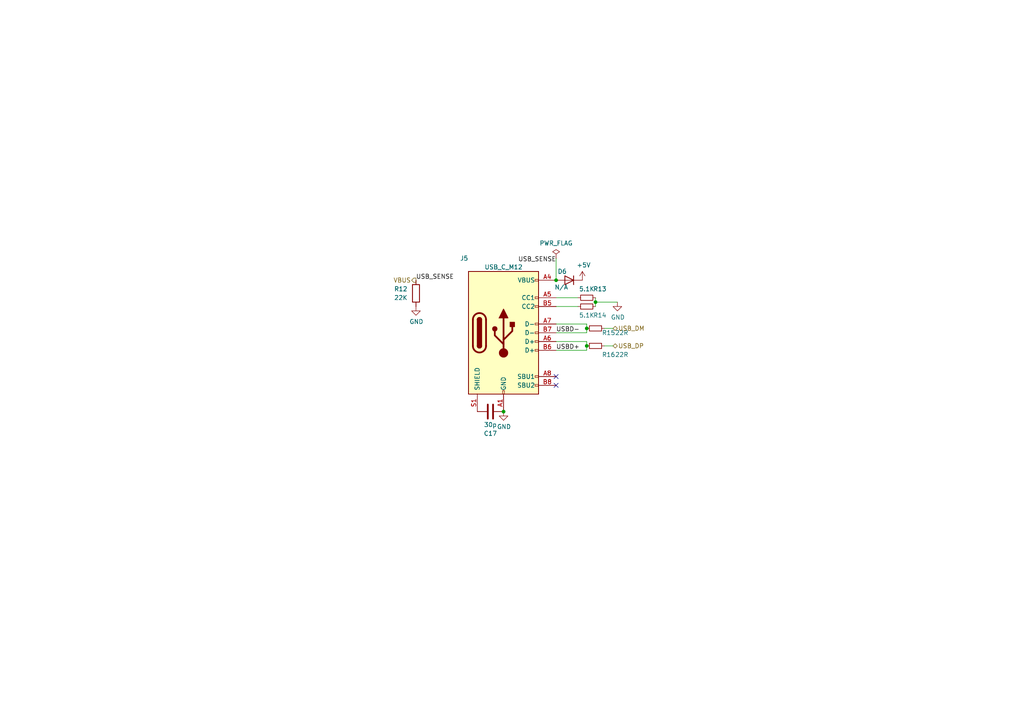
<source format=kicad_sch>
(kicad_sch (version 20211123) (generator eeschema)
  (paper "A4")
  (lib_symbols
    (symbol "Connector:USB_C_Receptacle_USB2.0" (pin_names (offset 1.016))
      (property "Reference" "J" (at -10.16 19.05 0))
      (property "Value" "USB_C_Receptacle_USB2.0" (at 19.05 19.05 0))
      (symbol "USB_C_Receptacle_USB2.0_0_0"
        (rectangle (start -0.254 -17.78) (end 0.254 -16.764))
        (rectangle (start 10.16 -14.986) (end 9.144 -15.494))
        (rectangle (start 10.16 -12.446) (end 9.144 -12.954))
        (rectangle (start 10.16 -4.826) (end 9.144 -5.334))
        (rectangle (start 10.16 -2.286) (end 9.144 -2.794))
        (rectangle (start 10.16 0.254) (end 9.144 -0.254))
        (rectangle (start 10.16 2.794) (end 9.144 2.286))
        (rectangle (start 10.16 7.874) (end 9.144 7.366))
        (rectangle (start 10.16 10.414) (end 9.144 9.906))
        (rectangle (start 10.16 15.494) (end 9.144 14.986))
      )
      (symbol "USB_C_Receptacle_USB2.0_0_1"
        (rectangle (start -10.16 17.78) (end 10.16 -17.78) (stroke (width 0.254)) (fill (type background)))
        (arc (start -8.89 -3.81) (mid -6.985 -5.715) (end -5.08 -3.81) (stroke (width 0.508)))
        (arc (start -7.62 -3.81) (mid -6.985 -4.445) (end -6.35 -3.81) (stroke (width 0.254)))
        (arc (start -7.62 -3.81) (mid -6.985 -4.445) (end -6.35 -3.81) (stroke (width 0.254)) (fill (type outline)))
        (rectangle (start -7.62 -3.81) (end -6.35 3.81) (stroke (width 0.254)) (fill (type outline)))
        (arc (start -6.35 3.81) (mid -6.985 4.445) (end -7.62 3.81) (stroke (width 0.254)))
        (arc (start -6.35 3.81) (mid -6.985 4.445) (end -7.62 3.81) (stroke (width 0.254)) (fill (type outline)))
        (arc (start -5.08 3.81) (mid -6.985 5.715) (end -8.89 3.81) (stroke (width 0.508)))
        (circle (center -2.54 1.143) (radius 0.635) (stroke (width 0.254)) (fill (type outline)))
        (circle (center 0 -5.842) (radius 1.27) (fill (type outline)))
        (polyline (pts (xy -8.89 -3.81) (xy -8.89 3.81)) (stroke (width 0.508)))
        (polyline (pts (xy -5.08 3.81) (xy -5.08 -3.81)) (stroke (width 0.508)))
        (polyline (pts (xy 0 -5.842) (xy 0 4.318)) (stroke (width 0.508)))
        (polyline (pts (xy 0 -3.302) (xy -2.54 -0.762) (xy -2.54 0.508)) (stroke (width 0.508)))
        (polyline (pts (xy 0 -2.032) (xy 2.54 0.508) (xy 2.54 1.778)) (stroke (width 0.508)))
        (polyline (pts (xy -1.27 4.318) (xy 0 6.858) (xy 1.27 4.318) (xy -1.27 4.318)) (stroke (width 0.254)) (fill (type outline)))
        (rectangle (start 1.905 1.778) (end 3.175 3.048) (stroke (width 0.254)) (fill (type outline)))
      )
      (symbol "USB_C_Receptacle_USB2.0_1_1"
        (pin passive line (at 0 -22.86 90) (length 5.08) (name "GND") (number "A1"))
        (pin passive line (at 0 -22.86 90) (length 5.08) hide (name "GND") (number "A12"))
        (pin passive line (at 15.24 15.24 180) (length 5.08) (name "VBUS") (number "A4"))
        (pin bidirectional line (at 15.24 10.16 180) (length 5.08) (name "CC1") (number "A5"))
        (pin bidirectional line (at 15.24 -2.54 180) (length 5.08) (name "D+") (number "A6"))
        (pin bidirectional line (at 15.24 2.54 180) (length 5.08) (name "D-") (number "A7"))
        (pin bidirectional line (at 15.24 -12.7 180) (length 5.08) (name "SBU1") (number "A8"))
        (pin passive line (at 15.24 15.24 180) (length 5.08) hide (name "VBUS") (number "A9"))
        (pin passive line (at 0 -22.86 90) (length 5.08) hide (name "GND") (number "B1"))
        (pin passive line (at 0 -22.86 90) (length 5.08) hide (name "GND") (number "B12"))
        (pin passive line (at 15.24 15.24 180) (length 5.08) hide (name "VBUS") (number "B4"))
        (pin bidirectional line (at 15.24 7.62 180) (length 5.08) (name "CC2") (number "B5"))
        (pin bidirectional line (at 15.24 -5.08 180) (length 5.08) (name "D+") (number "B6"))
        (pin bidirectional line (at 15.24 0 180) (length 5.08) (name "D-") (number "B7"))
        (pin bidirectional line (at 15.24 -15.24 180) (length 5.08) (name "SBU2") (number "B8"))
        (pin passive line (at 15.24 15.24 180) (length 5.08) hide (name "VBUS") (number "B9"))
        (pin passive line (at -7.62 -22.86 90) (length 5.08) (name "SHIELD") (number "S1"))
      )
    )
    (symbol "Device:C" (pin_numbers hide) (pin_names (offset 0.254))
      (property "Reference" "C" (at 0.635 2.54 0))
      (property "Value" "C" (at 0.635 -2.54 0))
      (symbol "C_0_1"
        (polyline (pts (xy -2.032 -0.762) (xy 2.032 -0.762)) (stroke (width 0.508)))
        (polyline (pts (xy -2.032 0.762) (xy 2.032 0.762)) (stroke (width 0.508)))
      )
      (symbol "C_1_1"
        (pin passive line (at 0 3.81 270) (length 2.794) (name "~") (number "1"))
        (pin passive line (at 0 -3.81 90) (length 2.794) (name "~") (number "2"))
      )
    )
    (symbol "Device:R" (pin_numbers hide) (pin_names (offset 0))
      (property "Reference" "R" (at 2.032 0 90))
      (property "Value" "R" (at 0 0 90))
      (symbol "R_0_1"
        (rectangle (start -1.016 -2.54) (end 1.016 2.54) (stroke (width 0.254)))
      )
      (symbol "R_1_1"
        (pin passive line (at 0 3.81 270) (length 1.27) (name "~") (number "1"))
        (pin passive line (at 0 -3.81 90) (length 1.27) (name "~") (number "2"))
      )
    )
    (symbol "Device:R_Small" (pin_numbers hide) (pin_names (offset 0.254) hide)
      (property "Reference" "R" (at 0.762 0.508 0))
      (property "Value" "R_Small" (at 0.762 -1.016 0))
      (symbol "R_Small_0_1"
        (rectangle (start -0.762 1.778) (end 0.762 -1.778) (stroke (width 0.2032)))
      )
      (symbol "R_Small_1_1"
        (pin passive line (at 0 2.54 270) (length 0.762) (name "~") (number "1"))
        (pin passive line (at 0 -2.54 90) (length 0.762) (name "~") (number "2"))
      )
    )
    (symbol "Diode:1N4148WS" (pin_numbers hide) (pin_names (offset 1.016) hide)
      (property "Reference" "D" (at 0 2.54 0))
      (property "Value" "1N4148WS" (at 0 -2.54 0))
      (symbol "1N4148WS_0_1"
        (polyline (pts (xy -1.27 1.27) (xy -1.27 -1.27)) (stroke (width 0.254)))
        (polyline (pts (xy 1.27 0) (xy -1.27 0)))
        (polyline (pts (xy 1.27 1.27) (xy 1.27 -1.27) (xy -1.27 0) (xy 1.27 1.27)) (stroke (width 0.254)))
      )
      (symbol "1N4148WS_1_1"
        (pin passive line (at -3.81 0 0) (length 2.54) (name "K") (number "1"))
        (pin passive line (at 3.81 0 180) (length 2.54) (name "A") (number "2"))
      )
    )
    (symbol "power:+5V" (power) (pin_names (offset 0))
      (property "Value" "+5V" (at 0 3.556 0))
      (symbol "+5V_0_1"
        (polyline (pts (xy -0.762 1.27) (xy 0 2.54)))
        (polyline (pts (xy 0 0) (xy 0 2.54)))
        (polyline (pts (xy 0 2.54) (xy 0.762 1.27)))
      )
      (symbol "+5V_1_1"
        (pin power_in line (at 0 0 90) (length 0) hide (name "+5V") (number "1"))
      )
    )
    (symbol "power:GND" (power) (pin_names (offset 0))
      (property "Value" "GND" (at 0 -3.81 0))
      (symbol "GND_0_1"
        (polyline (pts (xy 0 0) (xy 0 -1.27) (xy 1.27 -1.27) (xy 0 -2.54) (xy -1.27 -1.27) (xy 0 -1.27)))
      )
      (symbol "GND_1_1"
        (pin power_in line (at 0 0 270) (length 0) hide (name "GND") (number "1"))
      )
    )
    (symbol "power:PWR_FLAG" (power) (pin_numbers hide) (pin_names (offset 0) hide)
      (property "Value" "PWR_FLAG" (at 0 3.81 0))
      (symbol "PWR_FLAG_0_0"
        (pin power_out line (at 0 0 90) (length 0) (name "pwr") (number "1"))
      )
      (symbol "PWR_FLAG_0_1"
        (polyline (pts (xy 0 0) (xy 0 1.27) (xy -1.016 1.905) (xy 0 2.54) (xy 1.016 1.905) (xy 0 1.27)))
      )
    )
  )
  (junction (at 170.18 95.25))
  (junction (at 161.29 81.28))
  (junction (at 146.05 119.38))
  (junction (at 170.18 100.33))
  (junction (at 172.72 87.63))
  (no_connect (at 161.29 109.22))
  (no_connect (at 161.29 111.76))
  (wire (pts (xy 172.72 86.36) (xy 172.72 87.63)))
  (wire (pts (xy 172.72 87.63) (xy 179.07 87.63)))
  (wire (pts (xy 170.18 99.06) (xy 170.18 100.33)))
  (wire (pts (xy 175.26 95.25) (xy 177.8 95.25)))
  (wire (pts (xy 170.18 96.52) (xy 161.29 96.52)))
  (wire (pts (xy 161.29 86.36) (xy 167.64 86.36)))
  (wire (pts (xy 170.18 101.6) (xy 161.29 101.6)))
  (wire (pts (xy 161.29 99.06) (xy 170.18 99.06)))
  (wire (pts (xy 170.18 95.25) (xy 170.18 96.52)))
  (wire (pts (xy 170.18 93.98) (xy 170.18 95.25)))
  (wire (pts (xy 161.29 74.93) (xy 161.29 81.28)))
  (wire (pts (xy 161.29 88.9) (xy 167.64 88.9)))
  (wire (pts (xy 161.29 93.98) (xy 170.18 93.98)))
  (wire (pts (xy 170.18 100.33) (xy 170.18 101.6)))
  (wire (pts (xy 175.26 100.33) (xy 177.8 100.33)))
  (wire (pts (xy 172.72 87.63) (xy 172.72 88.9)))
  (label "USBD-" (at 161.29 96.52 0))
  (label "USBD+" (at 161.29 101.6 0))
  (label "USB_SENSE" (at 120.65 81.28 0))
  (label "USB_SENSE" (at 161.29 76.2 180))
  (hierarchical_label "VBUS" (shape output) (at 120.65 81.28 180))
  (hierarchical_label "USB_DM" (shape bidirectional) (at 177.8 95.25 0))
  (hierarchical_label "USB_DP" (shape bidirectional) (at 177.8 100.33 0))
  (symbol (lib_id "Device:C") (at 142.24 119.38 270) (unit 1)
    (property "Reference" "C17" (at 142.24 125.73 90))
    (property "Value" "30p" (at 142.24 123.19 90))
    (property "Footprint" "Capacitor_SMD:C_0603_1608Metric" (effects hide))
  )
  (symbol (lib_id "power:GND") (at 146.05 119.38 0) (unit 1)
    (property "Reference" "#PWR040" (effects hide))
    (property "Value" "GND" (at 146.177 123.7742 0))
  )
  (symbol (lib_id "Device:R_Small") (at 172.72 95.25 270) (unit 1)
    (property "Reference" "R15" (at 176.53 96.52 90))
    (property "Value" "22R" (at 180.34 96.52 90))
    (property "Footprint" "Resistor_SMD:R_0603_1608Metric" (effects hide))
  )
  (symbol (lib_id "Device:R_Small") (at 172.72 100.33 270) (unit 1)
    (property "Reference" "R16" (at 176.53 102.87 90))
    (property "Value" "22R" (at 180.34 102.87 90))
    (property "Footprint" "Resistor_SMD:R_0603_1608Metric" (effects hide))
  )
  (symbol (lib_id "Connector:USB_C_Receptacle_USB2.0") (at 146.05 96.52 0) (unit 1)
    (property "Reference" "J5" (at 134.62 74.93 0))
    (property "Value" "USB_C_M12" (at 146.05 77.47 0))
    (property "Footprint" "Connector_USB:USB_C_Receptacle_HRO_TYPE-C-31-M-12" (effects hide))
    (property "Datasheet" "https://www.usb.org/sites/default/files/documents/usb_type-c.zip" (effects hide))
  )
  (symbol (lib_id "Device:R_Small") (at 170.18 86.36 270) (unit 1)
    (property "Reference" "R13" (at 173.99 83.82 90))
    (property "Value" "5.1K" (at 170.18 83.82 90))
    (property "Footprint" "Resistor_SMD:R_0603_1608Metric" (effects hide))
  )
  (symbol (lib_id "Device:R_Small") (at 170.18 88.9 270) (unit 1)
    (property "Reference" "R14" (at 173.99 91.44 90))
    (property "Value" "5.1K" (at 170.18 91.44 90))
    (property "Footprint" "Resistor_SMD:R_0603_1608Metric" (effects hide))
  )
  (symbol (lib_id "power:GND") (at 179.07 87.63 0) (unit 1)
    (property "Reference" "#PWR042" (effects hide))
    (property "Value" "GND" (at 179.197 92.0242 0))
  )
  (symbol (lib_id "power:+5V") (at 168.91 81.28 0) (unit 1)
    (property "Reference" "#PWR041" (effects hide))
    (property "Value" "+5V" (at 169.291 76.8858 0))
  )
  (symbol (lib_id "Device:R") (at 120.65 85.09 0) (unit 1)
    (property "Reference" "R12" (at 114.3 83.82 0) (effects (justify left)))
    (property "Value" "22K" (at 114.3 86.36 0) (effects (justify left)))
    (property "Footprint" "Resistor_SMD:R_0603_1608Metric" (effects hide))
  )
  (symbol (lib_id "power:GND") (at 120.65 88.9 0) (unit 1)
    (property "Reference" "#PWR039" (effects hide))
    (property "Value" "GND" (at 120.777 93.2942 0))
  )
  (symbol (lib_id "power:PWR_FLAG") (at 161.29 74.93 0) (unit 1)
    (property "Reference" "#FLG02" (effects hide))
    (property "Value" "PWR_FLAG" (at 161.29 70.5358 0))
  )
  (symbol (lib_id "Diode:1N4148WS") (at 165.1 81.28 180) (unit 1)
    (property "Reference" "D6" (at 163.068 78.74 0))
    (property "Value" "N/A" (at 162.814 83.312 0))
    (property "Footprint" "Diode_SMD:D_SOD-323" (effects hide))
    (property "Datasheet" "https://www.vishay.com/docs/85751/1n4148ws.pdf" (effects hide))
  )
)
</source>
